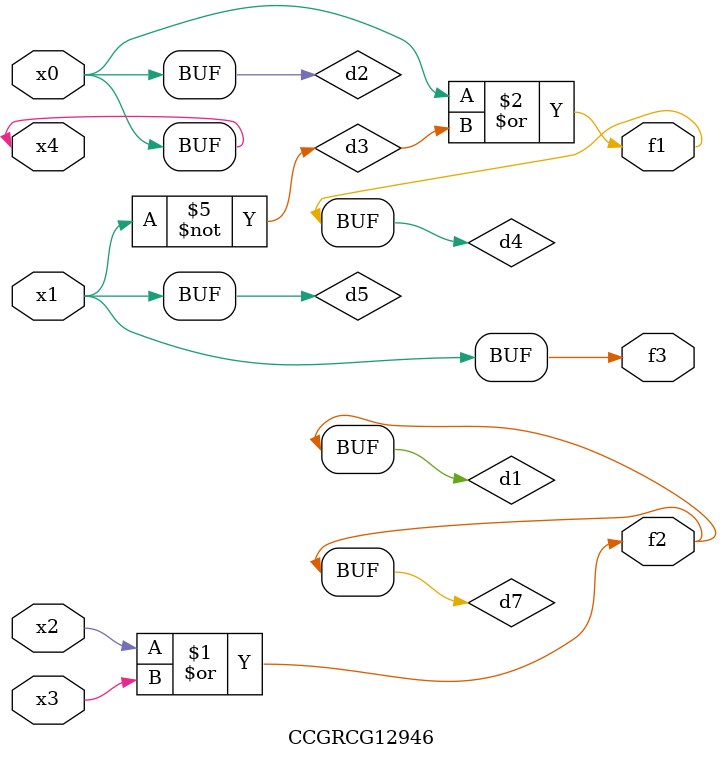
<source format=v>
module CCGRCG12946(
	input x0, x1, x2, x3, x4,
	output f1, f2, f3
);

	wire d1, d2, d3, d4, d5, d6, d7;

	or (d1, x2, x3);
	buf (d2, x0, x4);
	not (d3, x1);
	or (d4, d2, d3);
	not (d5, d3);
	nand (d6, d1, d3);
	or (d7, d1);
	assign f1 = d4;
	assign f2 = d7;
	assign f3 = d5;
endmodule

</source>
